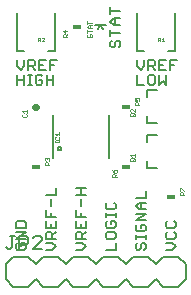
<source format=gbr>
G04 EAGLE Gerber RS-274X export*
G75*
%MOMM*%
%FSLAX34Y34*%
%LPD*%
%INSilkscreen Top*%
%IPPOS*%
%AMOC8*
5,1,8,0,0,1.08239X$1,22.5*%
G01*
%ADD10C,0.152400*%
%ADD11C,0.203200*%
%ADD12C,0.050800*%
%ADD13C,0.558800*%
%ADD14C,0.025400*%
%ADD15C,0.127000*%
%ADD16R,0.762000X0.457200*%


D10*
X135375Y31242D02*
X141137Y31242D01*
X144018Y34123D01*
X141137Y37004D01*
X135375Y37004D01*
X135375Y44919D02*
X136815Y46359D01*
X135375Y44919D02*
X135375Y42038D01*
X136815Y40597D01*
X142577Y40597D01*
X144018Y42038D01*
X144018Y44919D01*
X142577Y46359D01*
X135375Y54274D02*
X136815Y55715D01*
X135375Y54274D02*
X135375Y51393D01*
X136815Y49952D01*
X142577Y49952D01*
X144018Y51393D01*
X144018Y54274D01*
X142577Y55715D01*
X9815Y37004D02*
X8375Y35564D01*
X8375Y32683D01*
X9815Y31242D01*
X15577Y31242D01*
X17018Y32683D01*
X17018Y35564D01*
X15577Y37004D01*
X12696Y37004D01*
X12696Y34123D01*
X8375Y40597D02*
X17018Y40597D01*
X17018Y46359D02*
X8375Y40597D01*
X8375Y46359D02*
X17018Y46359D01*
X17018Y49952D02*
X8375Y49952D01*
X17018Y49952D02*
X17018Y54274D01*
X15577Y55715D01*
X9815Y55715D01*
X8375Y54274D01*
X8375Y49952D01*
X109975Y35564D02*
X111415Y37004D01*
X109975Y35564D02*
X109975Y32683D01*
X111415Y31242D01*
X112856Y31242D01*
X114296Y32683D01*
X114296Y35564D01*
X115737Y37004D01*
X117177Y37004D01*
X118618Y35564D01*
X118618Y32683D01*
X117177Y31242D01*
X118618Y40597D02*
X118618Y43478D01*
X118618Y42038D02*
X109975Y42038D01*
X109975Y43478D02*
X109975Y40597D01*
X109975Y51156D02*
X111415Y52596D01*
X109975Y51156D02*
X109975Y48275D01*
X111415Y46834D01*
X117177Y46834D01*
X118618Y48275D01*
X118618Y51156D01*
X117177Y52596D01*
X114296Y52596D01*
X114296Y49715D01*
X109975Y56189D02*
X118618Y56189D01*
X118618Y61951D02*
X109975Y56189D01*
X109975Y61951D02*
X118618Y61951D01*
X118618Y65544D02*
X112856Y65544D01*
X109975Y68425D01*
X112856Y71307D01*
X118618Y71307D01*
X114296Y71307D02*
X114296Y65544D01*
X109975Y74900D02*
X118618Y74900D01*
X118618Y80662D01*
X93218Y31242D02*
X84575Y31242D01*
X93218Y31242D02*
X93218Y37004D01*
X84575Y42038D02*
X84575Y44919D01*
X84575Y42038D02*
X86015Y40597D01*
X91777Y40597D01*
X93218Y42038D01*
X93218Y44919D01*
X91777Y46359D01*
X86015Y46359D01*
X84575Y44919D01*
X84575Y54274D02*
X86015Y55715D01*
X84575Y54274D02*
X84575Y51393D01*
X86015Y49952D01*
X91777Y49952D01*
X93218Y51393D01*
X93218Y54274D01*
X91777Y55715D01*
X88896Y55715D01*
X88896Y52834D01*
X93218Y59308D02*
X93218Y62189D01*
X93218Y60748D02*
X84575Y60748D01*
X84575Y59308D02*
X84575Y62189D01*
X84575Y69866D02*
X86015Y71307D01*
X84575Y69866D02*
X84575Y66985D01*
X86015Y65544D01*
X91777Y65544D01*
X93218Y66985D01*
X93218Y69866D01*
X91777Y71307D01*
X9652Y170942D02*
X9652Y179585D01*
X9652Y175264D02*
X15414Y175264D01*
X15414Y179585D02*
X15414Y170942D01*
X19007Y170942D02*
X21888Y170942D01*
X20448Y170942D02*
X20448Y179585D01*
X21888Y179585D02*
X19007Y179585D01*
X29566Y179585D02*
X31006Y178145D01*
X29566Y179585D02*
X26685Y179585D01*
X25244Y178145D01*
X25244Y172383D01*
X26685Y170942D01*
X29566Y170942D01*
X31006Y172383D01*
X31006Y175264D01*
X28125Y175264D01*
X34599Y179585D02*
X34599Y170942D01*
X34599Y175264D02*
X40361Y175264D01*
X40361Y179585D02*
X40361Y170942D01*
X111252Y170942D02*
X111252Y179585D01*
X111252Y170942D02*
X117014Y170942D01*
X122048Y179585D02*
X124929Y179585D01*
X122048Y179585D02*
X120607Y178145D01*
X120607Y172383D01*
X122048Y170942D01*
X124929Y170942D01*
X126369Y172383D01*
X126369Y178145D01*
X124929Y179585D01*
X129962Y179585D02*
X129962Y170942D01*
X132844Y173823D01*
X135725Y170942D01*
X135725Y179585D01*
X9652Y186523D02*
X9652Y192285D01*
X9652Y186523D02*
X12533Y183642D01*
X15414Y186523D01*
X15414Y192285D01*
X19007Y192285D02*
X19007Y183642D01*
X19007Y192285D02*
X23329Y192285D01*
X24769Y190845D01*
X24769Y187964D01*
X23329Y186523D01*
X19007Y186523D01*
X21888Y186523D02*
X24769Y183642D01*
X28362Y192285D02*
X34125Y192285D01*
X28362Y192285D02*
X28362Y183642D01*
X34125Y183642D01*
X31244Y187964D02*
X28362Y187964D01*
X37718Y192285D02*
X37718Y183642D01*
X37718Y192285D02*
X43480Y192285D01*
X40599Y187964D02*
X37718Y187964D01*
X111252Y186523D02*
X111252Y192285D01*
X111252Y186523D02*
X114133Y183642D01*
X117014Y186523D01*
X117014Y192285D01*
X120607Y192285D02*
X120607Y183642D01*
X120607Y192285D02*
X124929Y192285D01*
X126369Y190845D01*
X126369Y187964D01*
X124929Y186523D01*
X120607Y186523D01*
X123488Y186523D02*
X126369Y183642D01*
X129962Y192285D02*
X135725Y192285D01*
X129962Y192285D02*
X129962Y183642D01*
X135725Y183642D01*
X132844Y187964D02*
X129962Y187964D01*
X139318Y192285D02*
X139318Y183642D01*
X139318Y192285D02*
X145080Y192285D01*
X142199Y187964D02*
X139318Y187964D01*
X89825Y208454D02*
X88385Y207014D01*
X88385Y204133D01*
X89825Y202692D01*
X91266Y202692D01*
X92706Y204133D01*
X92706Y207014D01*
X94147Y208454D01*
X95587Y208454D01*
X97028Y207014D01*
X97028Y204133D01*
X95587Y202692D01*
X97028Y214928D02*
X88385Y214928D01*
X88385Y212047D02*
X88385Y217809D01*
X91266Y221402D02*
X97028Y221402D01*
X91266Y221402D02*
X88385Y224284D01*
X91266Y227165D01*
X97028Y227165D01*
X92706Y227165D02*
X92706Y221402D01*
X97028Y233639D02*
X88385Y233639D01*
X88385Y230758D02*
X88385Y236520D01*
X64937Y31242D02*
X59175Y31242D01*
X64937Y31242D02*
X67818Y34123D01*
X64937Y37004D01*
X59175Y37004D01*
X59175Y40597D02*
X67818Y40597D01*
X59175Y40597D02*
X59175Y44919D01*
X60615Y46359D01*
X63496Y46359D01*
X64937Y44919D01*
X64937Y40597D01*
X64937Y43478D02*
X67818Y46359D01*
X59175Y49952D02*
X59175Y55715D01*
X59175Y49952D02*
X67818Y49952D01*
X67818Y55715D01*
X63496Y52834D02*
X63496Y49952D01*
X59175Y59308D02*
X67818Y59308D01*
X59175Y59308D02*
X59175Y65070D01*
X63496Y62189D02*
X63496Y59308D01*
X63496Y68663D02*
X63496Y74425D01*
X59175Y78018D02*
X67818Y78018D01*
X63496Y78018D02*
X63496Y83780D01*
X59175Y83780D02*
X67818Y83780D01*
X39537Y31242D02*
X33775Y31242D01*
X39537Y31242D02*
X42418Y34123D01*
X39537Y37004D01*
X33775Y37004D01*
X33775Y40597D02*
X42418Y40597D01*
X33775Y40597D02*
X33775Y44919D01*
X35215Y46359D01*
X38096Y46359D01*
X39537Y44919D01*
X39537Y40597D01*
X39537Y43478D02*
X42418Y46359D01*
X33775Y49952D02*
X33775Y55715D01*
X33775Y49952D02*
X42418Y49952D01*
X42418Y55715D01*
X38096Y52834D02*
X38096Y49952D01*
X33775Y59308D02*
X42418Y59308D01*
X33775Y59308D02*
X33775Y65070D01*
X38096Y62189D02*
X38096Y59308D01*
X38096Y68663D02*
X38096Y74425D01*
X33775Y78018D02*
X42418Y78018D01*
X42418Y83780D01*
X87120Y108970D02*
X87120Y145030D01*
X39880Y145030D02*
X39880Y108970D01*
D11*
X44030Y117094D02*
X44032Y117169D01*
X44038Y117244D01*
X44048Y117319D01*
X44061Y117393D01*
X44079Y117466D01*
X44100Y117538D01*
X44125Y117609D01*
X44154Y117678D01*
X44187Y117746D01*
X44222Y117812D01*
X44262Y117876D01*
X44304Y117938D01*
X44350Y117998D01*
X44399Y118055D01*
X44451Y118109D01*
X44505Y118161D01*
X44562Y118210D01*
X44622Y118256D01*
X44684Y118298D01*
X44748Y118338D01*
X44814Y118373D01*
X44882Y118406D01*
X44951Y118435D01*
X45022Y118460D01*
X45094Y118481D01*
X45167Y118499D01*
X45241Y118512D01*
X45316Y118522D01*
X45391Y118528D01*
X45466Y118530D01*
X45541Y118528D01*
X45616Y118522D01*
X45691Y118512D01*
X45765Y118499D01*
X45838Y118481D01*
X45910Y118460D01*
X45981Y118435D01*
X46050Y118406D01*
X46118Y118373D01*
X46184Y118338D01*
X46248Y118298D01*
X46310Y118256D01*
X46370Y118210D01*
X46427Y118161D01*
X46481Y118109D01*
X46533Y118055D01*
X46582Y117998D01*
X46628Y117938D01*
X46670Y117876D01*
X46710Y117812D01*
X46745Y117746D01*
X46778Y117678D01*
X46807Y117609D01*
X46832Y117538D01*
X46853Y117466D01*
X46871Y117393D01*
X46884Y117319D01*
X46894Y117244D01*
X46900Y117169D01*
X46902Y117094D01*
X46900Y117019D01*
X46894Y116944D01*
X46884Y116869D01*
X46871Y116795D01*
X46853Y116722D01*
X46832Y116650D01*
X46807Y116579D01*
X46778Y116510D01*
X46745Y116442D01*
X46710Y116376D01*
X46670Y116312D01*
X46628Y116250D01*
X46582Y116190D01*
X46533Y116133D01*
X46481Y116079D01*
X46427Y116027D01*
X46370Y115978D01*
X46310Y115932D01*
X46248Y115890D01*
X46184Y115850D01*
X46118Y115815D01*
X46050Y115782D01*
X45981Y115753D01*
X45910Y115728D01*
X45838Y115707D01*
X45765Y115689D01*
X45691Y115676D01*
X45616Y115666D01*
X45541Y115660D01*
X45466Y115658D01*
X45391Y115660D01*
X45316Y115666D01*
X45241Y115676D01*
X45167Y115689D01*
X45094Y115707D01*
X45022Y115728D01*
X44951Y115753D01*
X44882Y115782D01*
X44814Y115815D01*
X44748Y115850D01*
X44684Y115890D01*
X44622Y115932D01*
X44562Y115978D01*
X44505Y116027D01*
X44451Y116079D01*
X44399Y116133D01*
X44350Y116190D01*
X44304Y116250D01*
X44262Y116312D01*
X44222Y116376D01*
X44187Y116442D01*
X44154Y116510D01*
X44125Y116579D01*
X44100Y116650D01*
X44079Y116722D01*
X44061Y116795D01*
X44048Y116869D01*
X44038Y116944D01*
X44032Y117019D01*
X44030Y117094D01*
D12*
X45466Y122174D02*
X45466Y123360D01*
X45466Y122767D02*
X41907Y122767D01*
X41907Y122174D02*
X41907Y123360D01*
X41907Y126448D02*
X42500Y127041D01*
X41907Y126448D02*
X41907Y125262D01*
X42500Y124669D01*
X44873Y124669D01*
X45466Y125262D01*
X45466Y126448D01*
X44873Y127041D01*
X43093Y128411D02*
X41907Y129597D01*
X45466Y129597D01*
X45466Y128411D02*
X45466Y130783D01*
D13*
X25705Y152400D02*
X25095Y152400D01*
D14*
X14475Y146179D02*
X13840Y145544D01*
X13840Y144273D01*
X14475Y143637D01*
X17017Y143637D01*
X17653Y144273D01*
X17653Y145544D01*
X17017Y146179D01*
X15111Y147379D02*
X13840Y148650D01*
X17653Y148650D01*
X17653Y147379D02*
X17653Y149921D01*
D11*
X137000Y199900D02*
X143000Y199900D01*
X143000Y231900D01*
X117000Y199900D02*
X111000Y199900D01*
X111000Y231900D01*
D14*
X129134Y210695D02*
X129134Y207899D01*
X129134Y210695D02*
X130532Y210695D01*
X130998Y210229D01*
X130998Y209297D01*
X130532Y208831D01*
X129134Y208831D01*
X130066Y208831D02*
X130998Y207899D01*
X131940Y209763D02*
X132873Y210695D01*
X132873Y207899D01*
X133805Y207899D02*
X131940Y207899D01*
D11*
X41400Y199900D02*
X35400Y199900D01*
X41400Y199900D02*
X41400Y231900D01*
X15400Y199900D02*
X9400Y199900D01*
X9400Y231900D01*
D14*
X27534Y210695D02*
X27534Y207899D01*
X27534Y210695D02*
X28932Y210695D01*
X29398Y210229D01*
X29398Y209297D01*
X28932Y208831D01*
X27534Y208831D01*
X28466Y208831D02*
X29398Y207899D01*
X30340Y207899D02*
X32205Y207899D01*
X32205Y209763D02*
X30340Y207899D01*
X32205Y209763D02*
X32205Y210229D01*
X31739Y210695D01*
X30807Y210695D01*
X30340Y210229D01*
D11*
X80000Y221700D02*
X84600Y221700D01*
X80000Y221700D02*
X75400Y221700D01*
X80000Y221700D02*
X82338Y218600D01*
X79746Y221546D02*
X77816Y218600D01*
D14*
X69710Y213779D02*
X69075Y213144D01*
X69075Y211873D01*
X69710Y211237D01*
X70346Y211237D01*
X70981Y211873D01*
X70981Y213144D01*
X71617Y213779D01*
X72252Y213779D01*
X72888Y213144D01*
X72888Y211873D01*
X72252Y211237D01*
X72888Y216250D02*
X69075Y216250D01*
X69075Y214979D02*
X69075Y217521D01*
X70346Y218721D02*
X72888Y218721D01*
X70346Y218721D02*
X69075Y219992D01*
X70346Y221263D01*
X72888Y221263D01*
X70981Y221263D02*
X70981Y218721D01*
X72888Y223734D02*
X69075Y223734D01*
X69075Y222463D02*
X69075Y225005D01*
D11*
X133350Y25400D02*
X127000Y19050D01*
X133350Y25400D02*
X146050Y25400D01*
X152400Y19050D01*
X152400Y6350D02*
X146050Y0D01*
X133350Y0D01*
X127000Y6350D01*
X95250Y25400D02*
X82550Y25400D01*
X95250Y25400D02*
X101600Y19050D01*
X101600Y6350D02*
X95250Y0D01*
X101600Y19050D02*
X107950Y25400D01*
X120650Y25400D01*
X127000Y19050D01*
X127000Y6350D02*
X120650Y0D01*
X107950Y0D01*
X101600Y6350D01*
X57150Y25400D02*
X50800Y19050D01*
X57150Y25400D02*
X69850Y25400D01*
X76200Y19050D01*
X76200Y6350D02*
X69850Y0D01*
X57150Y0D01*
X50800Y6350D01*
X76200Y19050D02*
X82550Y25400D01*
X76200Y6350D02*
X82550Y0D01*
X95250Y0D01*
X19050Y25400D02*
X6350Y25400D01*
X19050Y25400D02*
X25400Y19050D01*
X25400Y6350D02*
X19050Y0D01*
X25400Y19050D02*
X31750Y25400D01*
X44450Y25400D01*
X50800Y19050D01*
X50800Y6350D02*
X44450Y0D01*
X31750Y0D01*
X25400Y6350D01*
X0Y6350D02*
X0Y19050D01*
X6350Y25400D01*
X0Y6350D02*
X6350Y0D01*
X19050Y0D01*
X152400Y6350D02*
X152400Y19050D01*
D15*
X1780Y31623D02*
X-127Y33530D01*
X1780Y31623D02*
X3686Y31623D01*
X5593Y33530D01*
X5593Y43063D01*
X3686Y43063D02*
X7500Y43063D01*
X11567Y43063D02*
X11567Y31623D01*
X11567Y43063D02*
X17287Y43063D01*
X19193Y41156D01*
X19193Y37343D01*
X17287Y35436D01*
X11567Y35436D01*
X23261Y31623D02*
X30887Y31623D01*
X23261Y31623D02*
X30887Y39250D01*
X30887Y41156D01*
X28981Y43063D01*
X25168Y43063D01*
X23261Y41156D01*
D16*
X25400Y101600D03*
D14*
X33144Y103133D02*
X36957Y103133D01*
X33144Y103133D02*
X33144Y105039D01*
X33779Y105675D01*
X35050Y105675D01*
X35686Y105039D01*
X35686Y103133D01*
X35686Y104404D02*
X36957Y105675D01*
X33779Y106875D02*
X33144Y107510D01*
X33144Y108782D01*
X33779Y109417D01*
X34415Y109417D01*
X35050Y108782D01*
X35050Y108146D01*
X35050Y108782D02*
X35686Y109417D01*
X36321Y109417D01*
X36957Y108782D01*
X36957Y107510D01*
X36321Y106875D01*
D16*
X101600Y152400D03*
D14*
X109344Y153933D02*
X113157Y153933D01*
X109344Y153933D02*
X109344Y155839D01*
X109979Y156475D01*
X111250Y156475D01*
X111886Y155839D01*
X111886Y153933D01*
X111886Y155204D02*
X113157Y156475D01*
X109344Y157675D02*
X109344Y160217D01*
X109344Y157675D02*
X111250Y157675D01*
X110615Y158946D01*
X110615Y159582D01*
X111250Y160217D01*
X112521Y160217D01*
X113157Y159582D01*
X113157Y158310D01*
X112521Y157675D01*
D11*
X120000Y106300D02*
X120000Y100300D01*
X128000Y100300D01*
X120000Y122300D02*
X120000Y128300D01*
X128000Y128300D01*
D14*
X108457Y106172D02*
X105915Y106172D01*
X105280Y106808D01*
X105280Y108079D01*
X105915Y108714D01*
X108457Y108714D01*
X109093Y108079D01*
X109093Y106808D01*
X108457Y106172D01*
X107822Y107443D02*
X109093Y108714D01*
X106551Y109914D02*
X105280Y111185D01*
X109093Y111185D01*
X109093Y109914D02*
X109093Y112456D01*
D16*
X139700Y76200D03*
D14*
X147444Y77733D02*
X151257Y77733D01*
X147444Y77733D02*
X147444Y79639D01*
X148079Y80275D01*
X149350Y80275D01*
X149986Y79639D01*
X149986Y77733D01*
X149986Y79004D02*
X151257Y80275D01*
X147444Y81475D02*
X147444Y84017D01*
X148079Y84017D01*
X150621Y81475D01*
X151257Y81475D01*
D16*
X60000Y220000D03*
D14*
X52253Y211237D02*
X48440Y211237D01*
X48440Y213144D01*
X49075Y213779D01*
X50346Y213779D01*
X50982Y213144D01*
X50982Y211237D01*
X50982Y212508D02*
X52253Y213779D01*
X52253Y216886D02*
X48440Y216886D01*
X50346Y214979D01*
X50346Y217521D01*
D11*
X120000Y144400D02*
X120000Y138400D01*
X128000Y138400D01*
X120000Y160400D02*
X120000Y166400D01*
X128000Y166400D01*
D14*
X108457Y144272D02*
X105915Y144272D01*
X105280Y144908D01*
X105280Y146179D01*
X105915Y146814D01*
X108457Y146814D01*
X109093Y146179D01*
X109093Y144908D01*
X108457Y144272D01*
X107822Y145543D02*
X109093Y146814D01*
X109093Y148014D02*
X109093Y150556D01*
X109093Y148014D02*
X106551Y150556D01*
X105915Y150556D01*
X105280Y149921D01*
X105280Y148650D01*
X105915Y148014D01*
D16*
X101600Y101600D03*
D14*
X93853Y92837D02*
X90040Y92837D01*
X90040Y94744D01*
X90675Y95379D01*
X91946Y95379D01*
X92582Y94744D01*
X92582Y92837D01*
X92582Y94108D02*
X93853Y95379D01*
X90675Y97850D02*
X90040Y99121D01*
X90675Y97850D02*
X91946Y96579D01*
X93217Y96579D01*
X93853Y97215D01*
X93853Y98486D01*
X93217Y99121D01*
X92582Y99121D01*
X91946Y98486D01*
X91946Y96579D01*
M02*

</source>
